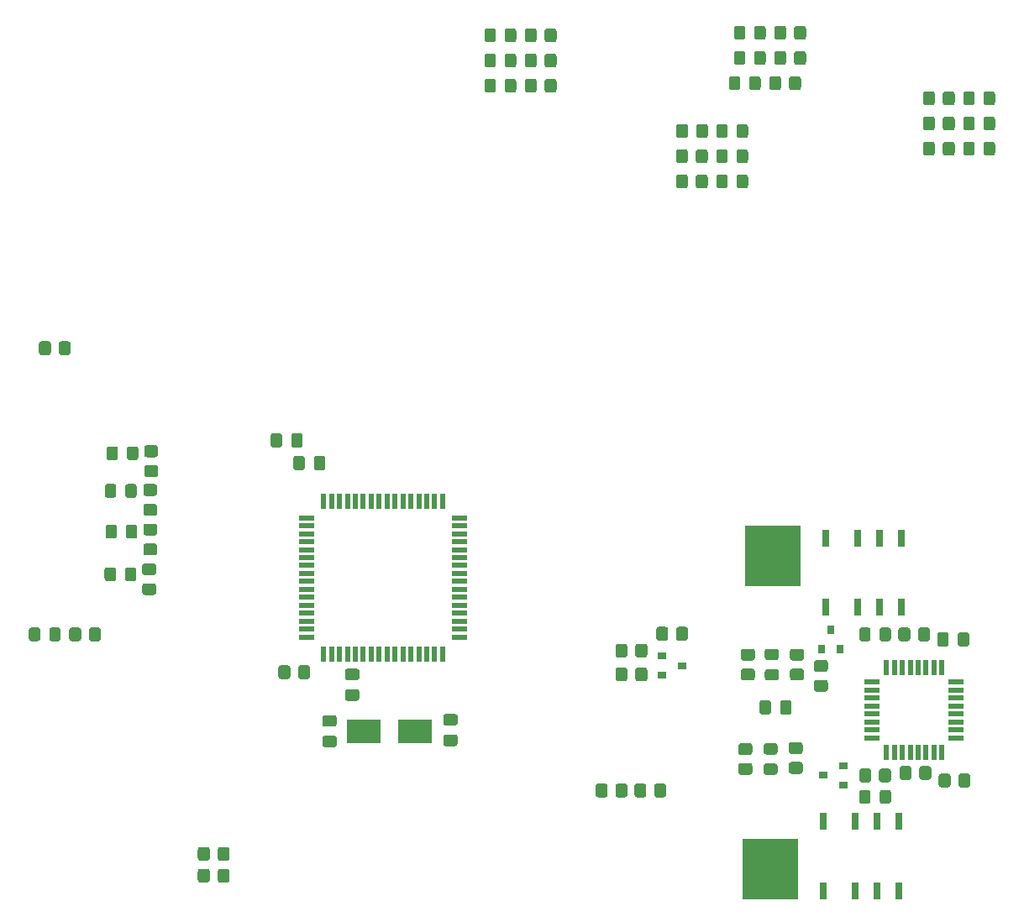
<source format=gbr>
%TF.GenerationSoftware,KiCad,Pcbnew,(5.1.7-5-ga3172d643f)-1*%
%TF.CreationDate,2020-10-31T15:28:03-04:00*%
%TF.ProjectId,board,626f6172-642e-46b6-9963-61645f706362,rev?*%
%TF.SameCoordinates,Original*%
%TF.FileFunction,Paste,Top*%
%TF.FilePolarity,Positive*%
%FSLAX46Y46*%
G04 Gerber Fmt 4.6, Leading zero omitted, Abs format (unit mm)*
G04 Created by KiCad (PCBNEW (5.1.7-5-ga3172d643f)-1) date 2020-10-31 15:28:03*
%MOMM*%
%LPD*%
G01*
G04 APERTURE LIST*
%ADD10R,0.900000X0.800000*%
%ADD11R,3.500000X2.400000*%
%ADD12R,0.550000X1.500000*%
%ADD13R,1.500000X0.550000*%
%ADD14R,5.700000X6.200000*%
%ADD15R,0.800000X0.900000*%
%ADD16R,0.550000X1.600000*%
%ADD17R,1.600000X0.550000*%
%ADD18R,0.800000X1.800000*%
G04 APERTURE END LIST*
%TO.C,R1.14*%
G36*
G01*
X119500000Y-132349999D02*
X119500000Y-133250001D01*
G75*
G02*
X119250001Y-133500000I-249999J0D01*
G01*
X118549999Y-133500000D01*
G75*
G02*
X118300000Y-133250001I0J249999D01*
G01*
X118300000Y-132349999D01*
G75*
G02*
X118549999Y-132100000I249999J0D01*
G01*
X119250001Y-132100000D01*
G75*
G02*
X119500000Y-132349999I0J-249999D01*
G01*
G37*
G36*
G01*
X121500000Y-132349999D02*
X121500000Y-133250001D01*
G75*
G02*
X121250001Y-133500000I-249999J0D01*
G01*
X120549999Y-133500000D01*
G75*
G02*
X120300000Y-133250001I0J249999D01*
G01*
X120300000Y-132349999D01*
G75*
G02*
X120549999Y-132100000I249999J0D01*
G01*
X121250001Y-132100000D01*
G75*
G02*
X121500000Y-132349999I0J-249999D01*
G01*
G37*
%TD*%
%TO.C,R1.13*%
G36*
G01*
X119500000Y-130149999D02*
X119500000Y-131050001D01*
G75*
G02*
X119250001Y-131300000I-249999J0D01*
G01*
X118549999Y-131300000D01*
G75*
G02*
X118300000Y-131050001I0J249999D01*
G01*
X118300000Y-130149999D01*
G75*
G02*
X118549999Y-129900000I249999J0D01*
G01*
X119250001Y-129900000D01*
G75*
G02*
X119500000Y-130149999I0J-249999D01*
G01*
G37*
G36*
G01*
X121500000Y-130149999D02*
X121500000Y-131050001D01*
G75*
G02*
X121250001Y-131300000I-249999J0D01*
G01*
X120549999Y-131300000D01*
G75*
G02*
X120300000Y-131050001I0J249999D01*
G01*
X120300000Y-130149999D01*
G75*
G02*
X120549999Y-129900000I249999J0D01*
G01*
X121250001Y-129900000D01*
G75*
G02*
X121500000Y-130149999I0J-249999D01*
G01*
G37*
%TD*%
%TO.C,R1.8*%
G36*
G01*
X166500000Y-108850001D02*
X166500000Y-107949999D01*
G75*
G02*
X166749999Y-107700000I249999J0D01*
G01*
X167450001Y-107700000D01*
G75*
G02*
X167700000Y-107949999I0J-249999D01*
G01*
X167700000Y-108850001D01*
G75*
G02*
X167450001Y-109100000I-249999J0D01*
G01*
X166749999Y-109100000D01*
G75*
G02*
X166500000Y-108850001I0J249999D01*
G01*
G37*
G36*
G01*
X164500000Y-108850001D02*
X164500000Y-107949999D01*
G75*
G02*
X164749999Y-107700000I249999J0D01*
G01*
X165450001Y-107700000D01*
G75*
G02*
X165700000Y-107949999I0J-249999D01*
G01*
X165700000Y-108850001D01*
G75*
G02*
X165450001Y-109100000I-249999J0D01*
G01*
X164749999Y-109100000D01*
G75*
G02*
X164500000Y-108850001I0J249999D01*
G01*
G37*
%TD*%
%TO.C,R1.9*%
G36*
G01*
X162400000Y-110550001D02*
X162400000Y-109649999D01*
G75*
G02*
X162649999Y-109400000I249999J0D01*
G01*
X163350001Y-109400000D01*
G75*
G02*
X163600000Y-109649999I0J-249999D01*
G01*
X163600000Y-110550001D01*
G75*
G02*
X163350001Y-110800000I-249999J0D01*
G01*
X162649999Y-110800000D01*
G75*
G02*
X162400000Y-110550001I0J249999D01*
G01*
G37*
G36*
G01*
X160400000Y-110550001D02*
X160400000Y-109649999D01*
G75*
G02*
X160649999Y-109400000I249999J0D01*
G01*
X161350001Y-109400000D01*
G75*
G02*
X161600000Y-109649999I0J-249999D01*
G01*
X161600000Y-110550001D01*
G75*
G02*
X161350001Y-110800000I-249999J0D01*
G01*
X160649999Y-110800000D01*
G75*
G02*
X160400000Y-110550001I0J249999D01*
G01*
G37*
%TD*%
%TO.C,R1.12*%
G36*
G01*
X162400000Y-112950001D02*
X162400000Y-112049999D01*
G75*
G02*
X162649999Y-111800000I249999J0D01*
G01*
X163350001Y-111800000D01*
G75*
G02*
X163600000Y-112049999I0J-249999D01*
G01*
X163600000Y-112950001D01*
G75*
G02*
X163350001Y-113200000I-249999J0D01*
G01*
X162649999Y-113200000D01*
G75*
G02*
X162400000Y-112950001I0J249999D01*
G01*
G37*
G36*
G01*
X160400000Y-112950001D02*
X160400000Y-112049999D01*
G75*
G02*
X160649999Y-111800000I249999J0D01*
G01*
X161350001Y-111800000D01*
G75*
G02*
X161600000Y-112049999I0J-249999D01*
G01*
X161600000Y-112950001D01*
G75*
G02*
X161350001Y-113200000I-249999J0D01*
G01*
X160649999Y-113200000D01*
G75*
G02*
X160400000Y-112950001I0J249999D01*
G01*
G37*
%TD*%
%TO.C,R1.11*%
G36*
G01*
X163500000Y-123749999D02*
X163500000Y-124650001D01*
G75*
G02*
X163250001Y-124900000I-249999J0D01*
G01*
X162549999Y-124900000D01*
G75*
G02*
X162300000Y-124650001I0J249999D01*
G01*
X162300000Y-123749999D01*
G75*
G02*
X162549999Y-123500000I249999J0D01*
G01*
X163250001Y-123500000D01*
G75*
G02*
X163500000Y-123749999I0J-249999D01*
G01*
G37*
G36*
G01*
X165500000Y-123749999D02*
X165500000Y-124650001D01*
G75*
G02*
X165250001Y-124900000I-249999J0D01*
G01*
X164549999Y-124900000D01*
G75*
G02*
X164300000Y-124650001I0J249999D01*
G01*
X164300000Y-123749999D01*
G75*
G02*
X164549999Y-123500000I249999J0D01*
G01*
X165250001Y-123500000D01*
G75*
G02*
X165500000Y-123749999I0J-249999D01*
G01*
G37*
%TD*%
%TO.C,R1.10*%
G36*
G01*
X159600000Y-123749999D02*
X159600000Y-124650001D01*
G75*
G02*
X159350001Y-124900000I-249999J0D01*
G01*
X158649999Y-124900000D01*
G75*
G02*
X158400000Y-124650001I0J249999D01*
G01*
X158400000Y-123749999D01*
G75*
G02*
X158649999Y-123500000I249999J0D01*
G01*
X159350001Y-123500000D01*
G75*
G02*
X159600000Y-123749999I0J-249999D01*
G01*
G37*
G36*
G01*
X161600000Y-123749999D02*
X161600000Y-124650001D01*
G75*
G02*
X161350001Y-124900000I-249999J0D01*
G01*
X160649999Y-124900000D01*
G75*
G02*
X160400000Y-124650001I0J249999D01*
G01*
X160400000Y-123749999D01*
G75*
G02*
X160649999Y-123500000I249999J0D01*
G01*
X161350001Y-123500000D01*
G75*
G02*
X161600000Y-123749999I0J-249999D01*
G01*
G37*
%TD*%
D10*
%TO.C,Q1.1*%
X167100000Y-111600000D03*
X165100000Y-112550000D03*
X165100000Y-110650000D03*
%TD*%
%TO.C,R1.6*%
G36*
G01*
X113049999Y-99300000D02*
X113950001Y-99300000D01*
G75*
G02*
X114200000Y-99549999I0J-249999D01*
G01*
X114200000Y-100250001D01*
G75*
G02*
X113950001Y-100500000I-249999J0D01*
G01*
X113049999Y-100500000D01*
G75*
G02*
X112800000Y-100250001I0J249999D01*
G01*
X112800000Y-99549999D01*
G75*
G02*
X113049999Y-99300000I249999J0D01*
G01*
G37*
G36*
G01*
X113049999Y-97300000D02*
X113950001Y-97300000D01*
G75*
G02*
X114200000Y-97549999I0J-249999D01*
G01*
X114200000Y-98250001D01*
G75*
G02*
X113950001Y-98500000I-249999J0D01*
G01*
X113049999Y-98500000D01*
G75*
G02*
X112800000Y-98250001I0J249999D01*
G01*
X112800000Y-97549999D01*
G75*
G02*
X113049999Y-97300000I249999J0D01*
G01*
G37*
%TD*%
%TO.C,R1.5*%
G36*
G01*
X113049999Y-95300000D02*
X113950001Y-95300000D01*
G75*
G02*
X114200000Y-95549999I0J-249999D01*
G01*
X114200000Y-96250001D01*
G75*
G02*
X113950001Y-96500000I-249999J0D01*
G01*
X113049999Y-96500000D01*
G75*
G02*
X112800000Y-96250001I0J249999D01*
G01*
X112800000Y-95549999D01*
G75*
G02*
X113049999Y-95300000I249999J0D01*
G01*
G37*
G36*
G01*
X113049999Y-93300000D02*
X113950001Y-93300000D01*
G75*
G02*
X114200000Y-93549999I0J-249999D01*
G01*
X114200000Y-94250001D01*
G75*
G02*
X113950001Y-94500000I-249999J0D01*
G01*
X113049999Y-94500000D01*
G75*
G02*
X112800000Y-94250001I0J249999D01*
G01*
X112800000Y-93549999D01*
G75*
G02*
X113049999Y-93300000I249999J0D01*
G01*
G37*
%TD*%
%TO.C,R1.4*%
G36*
G01*
X113149999Y-91400000D02*
X114050001Y-91400000D01*
G75*
G02*
X114300000Y-91649999I0J-249999D01*
G01*
X114300000Y-92350001D01*
G75*
G02*
X114050001Y-92600000I-249999J0D01*
G01*
X113149999Y-92600000D01*
G75*
G02*
X112900000Y-92350001I0J249999D01*
G01*
X112900000Y-91649999D01*
G75*
G02*
X113149999Y-91400000I249999J0D01*
G01*
G37*
G36*
G01*
X113149999Y-89400000D02*
X114050001Y-89400000D01*
G75*
G02*
X114300000Y-89649999I0J-249999D01*
G01*
X114300000Y-90350001D01*
G75*
G02*
X114050001Y-90600000I-249999J0D01*
G01*
X113149999Y-90600000D01*
G75*
G02*
X112900000Y-90350001I0J249999D01*
G01*
X112900000Y-89649999D01*
G75*
G02*
X113149999Y-89400000I249999J0D01*
G01*
G37*
%TD*%
%TO.C,R1.7*%
G36*
G01*
X112949999Y-103300000D02*
X113850001Y-103300000D01*
G75*
G02*
X114100000Y-103549999I0J-249999D01*
G01*
X114100000Y-104250001D01*
G75*
G02*
X113850001Y-104500000I-249999J0D01*
G01*
X112949999Y-104500000D01*
G75*
G02*
X112700000Y-104250001I0J249999D01*
G01*
X112700000Y-103549999D01*
G75*
G02*
X112949999Y-103300000I249999J0D01*
G01*
G37*
G36*
G01*
X112949999Y-101300000D02*
X113850001Y-101300000D01*
G75*
G02*
X114100000Y-101549999I0J-249999D01*
G01*
X114100000Y-102250001D01*
G75*
G02*
X113850001Y-102500000I-249999J0D01*
G01*
X112949999Y-102500000D01*
G75*
G02*
X112700000Y-102250001I0J249999D01*
G01*
X112700000Y-101549999D01*
G75*
G02*
X112949999Y-101300000I249999J0D01*
G01*
G37*
%TD*%
%TO.C,D1.4*%
G36*
G01*
X111050000Y-98550001D02*
X111050000Y-97649999D01*
G75*
G02*
X111299999Y-97400000I249999J0D01*
G01*
X111950001Y-97400000D01*
G75*
G02*
X112200000Y-97649999I0J-249999D01*
G01*
X112200000Y-98550001D01*
G75*
G02*
X111950001Y-98800000I-249999J0D01*
G01*
X111299999Y-98800000D01*
G75*
G02*
X111050000Y-98550001I0J249999D01*
G01*
G37*
G36*
G01*
X109000000Y-98550001D02*
X109000000Y-97649999D01*
G75*
G02*
X109249999Y-97400000I249999J0D01*
G01*
X109900001Y-97400000D01*
G75*
G02*
X110150000Y-97649999I0J-249999D01*
G01*
X110150000Y-98550001D01*
G75*
G02*
X109900001Y-98800000I-249999J0D01*
G01*
X109249999Y-98800000D01*
G75*
G02*
X109000000Y-98550001I0J249999D01*
G01*
G37*
%TD*%
%TO.C,D1.3*%
G36*
G01*
X110975000Y-94450001D02*
X110975000Y-93549999D01*
G75*
G02*
X111224999Y-93300000I249999J0D01*
G01*
X111875001Y-93300000D01*
G75*
G02*
X112125000Y-93549999I0J-249999D01*
G01*
X112125000Y-94450001D01*
G75*
G02*
X111875001Y-94700000I-249999J0D01*
G01*
X111224999Y-94700000D01*
G75*
G02*
X110975000Y-94450001I0J249999D01*
G01*
G37*
G36*
G01*
X108925000Y-94450001D02*
X108925000Y-93549999D01*
G75*
G02*
X109174999Y-93300000I249999J0D01*
G01*
X109825001Y-93300000D01*
G75*
G02*
X110075000Y-93549999I0J-249999D01*
G01*
X110075000Y-94450001D01*
G75*
G02*
X109825001Y-94700000I-249999J0D01*
G01*
X109174999Y-94700000D01*
G75*
G02*
X108925000Y-94450001I0J249999D01*
G01*
G37*
%TD*%
%TO.C,D1.2*%
G36*
G01*
X111150000Y-90650001D02*
X111150000Y-89749999D01*
G75*
G02*
X111399999Y-89500000I249999J0D01*
G01*
X112050001Y-89500000D01*
G75*
G02*
X112300000Y-89749999I0J-249999D01*
G01*
X112300000Y-90650001D01*
G75*
G02*
X112050001Y-90900000I-249999J0D01*
G01*
X111399999Y-90900000D01*
G75*
G02*
X111150000Y-90650001I0J249999D01*
G01*
G37*
G36*
G01*
X109100000Y-90650001D02*
X109100000Y-89749999D01*
G75*
G02*
X109349999Y-89500000I249999J0D01*
G01*
X110000001Y-89500000D01*
G75*
G02*
X110250000Y-89749999I0J-249999D01*
G01*
X110250000Y-90650001D01*
G75*
G02*
X110000001Y-90900000I-249999J0D01*
G01*
X109349999Y-90900000D01*
G75*
G02*
X109100000Y-90650001I0J249999D01*
G01*
G37*
%TD*%
%TO.C,D1.5*%
G36*
G01*
X110950000Y-102850001D02*
X110950000Y-101949999D01*
G75*
G02*
X111199999Y-101700000I249999J0D01*
G01*
X111850001Y-101700000D01*
G75*
G02*
X112100000Y-101949999I0J-249999D01*
G01*
X112100000Y-102850001D01*
G75*
G02*
X111850001Y-103100000I-249999J0D01*
G01*
X111199999Y-103100000D01*
G75*
G02*
X110950000Y-102850001I0J249999D01*
G01*
G37*
G36*
G01*
X108900000Y-102850001D02*
X108900000Y-101949999D01*
G75*
G02*
X109149999Y-101700000I249999J0D01*
G01*
X109800001Y-101700000D01*
G75*
G02*
X110050000Y-101949999I0J-249999D01*
G01*
X110050000Y-102850001D01*
G75*
G02*
X109800001Y-103100000I-249999J0D01*
G01*
X109149999Y-103100000D01*
G75*
G02*
X108900000Y-102850001I0J249999D01*
G01*
G37*
%TD*%
%TO.C,C105*%
G36*
G01*
X134333000Y-113088000D02*
X133383000Y-113088000D01*
G75*
G02*
X133133000Y-112838000I0J250000D01*
G01*
X133133000Y-112163000D01*
G75*
G02*
X133383000Y-111913000I250000J0D01*
G01*
X134333000Y-111913000D01*
G75*
G02*
X134583000Y-112163000I0J-250000D01*
G01*
X134583000Y-112838000D01*
G75*
G02*
X134333000Y-113088000I-250000J0D01*
G01*
G37*
G36*
G01*
X134333000Y-115163000D02*
X133383000Y-115163000D01*
G75*
G02*
X133133000Y-114913000I0J250000D01*
G01*
X133133000Y-114238000D01*
G75*
G02*
X133383000Y-113988000I250000J0D01*
G01*
X134333000Y-113988000D01*
G75*
G02*
X134583000Y-114238000I0J-250000D01*
G01*
X134583000Y-114913000D01*
G75*
G02*
X134333000Y-115163000I-250000J0D01*
G01*
G37*
%TD*%
%TO.C,C104*%
G36*
G01*
X126804000Y-88425000D02*
X126804000Y-89375000D01*
G75*
G02*
X126554000Y-89625000I-250000J0D01*
G01*
X125879000Y-89625000D01*
G75*
G02*
X125629000Y-89375000I0J250000D01*
G01*
X125629000Y-88425000D01*
G75*
G02*
X125879000Y-88175000I250000J0D01*
G01*
X126554000Y-88175000D01*
G75*
G02*
X126804000Y-88425000I0J-250000D01*
G01*
G37*
G36*
G01*
X128879000Y-88425000D02*
X128879000Y-89375000D01*
G75*
G02*
X128629000Y-89625000I-250000J0D01*
G01*
X127954000Y-89625000D01*
G75*
G02*
X127704000Y-89375000I0J250000D01*
G01*
X127704000Y-88425000D01*
G75*
G02*
X127954000Y-88175000I250000J0D01*
G01*
X128629000Y-88175000D01*
G75*
G02*
X128879000Y-88425000I0J-250000D01*
G01*
G37*
%TD*%
%TO.C,C101*%
G36*
G01*
X129090000Y-90711000D02*
X129090000Y-91661000D01*
G75*
G02*
X128840000Y-91911000I-250000J0D01*
G01*
X128165000Y-91911000D01*
G75*
G02*
X127915000Y-91661000I0J250000D01*
G01*
X127915000Y-90711000D01*
G75*
G02*
X128165000Y-90461000I250000J0D01*
G01*
X128840000Y-90461000D01*
G75*
G02*
X129090000Y-90711000I0J-250000D01*
G01*
G37*
G36*
G01*
X131165000Y-90711000D02*
X131165000Y-91661000D01*
G75*
G02*
X130915000Y-91911000I-250000J0D01*
G01*
X130240000Y-91911000D01*
G75*
G02*
X129990000Y-91661000I0J250000D01*
G01*
X129990000Y-90711000D01*
G75*
G02*
X130240000Y-90461000I250000J0D01*
G01*
X130915000Y-90461000D01*
G75*
G02*
X131165000Y-90711000I0J-250000D01*
G01*
G37*
%TD*%
%TO.C,R3.5*%
G36*
G01*
X168513200Y-58158801D02*
X168513200Y-57258799D01*
G75*
G02*
X168763199Y-57008800I249999J0D01*
G01*
X169463201Y-57008800D01*
G75*
G02*
X169713200Y-57258799I0J-249999D01*
G01*
X169713200Y-58158801D01*
G75*
G02*
X169463201Y-58408800I-249999J0D01*
G01*
X168763199Y-58408800D01*
G75*
G02*
X168513200Y-58158801I0J249999D01*
G01*
G37*
G36*
G01*
X166513200Y-58158801D02*
X166513200Y-57258799D01*
G75*
G02*
X166763199Y-57008800I249999J0D01*
G01*
X167463201Y-57008800D01*
G75*
G02*
X167713200Y-57258799I0J-249999D01*
G01*
X167713200Y-58158801D01*
G75*
G02*
X167463201Y-58408800I-249999J0D01*
G01*
X166763199Y-58408800D01*
G75*
G02*
X166513200Y-58158801I0J249999D01*
G01*
G37*
%TD*%
%TO.C,R3.4*%
G36*
G01*
X168497200Y-60698801D02*
X168497200Y-59798799D01*
G75*
G02*
X168747199Y-59548800I249999J0D01*
G01*
X169447201Y-59548800D01*
G75*
G02*
X169697200Y-59798799I0J-249999D01*
G01*
X169697200Y-60698801D01*
G75*
G02*
X169447201Y-60948800I-249999J0D01*
G01*
X168747199Y-60948800D01*
G75*
G02*
X168497200Y-60698801I0J249999D01*
G01*
G37*
G36*
G01*
X166497200Y-60698801D02*
X166497200Y-59798799D01*
G75*
G02*
X166747199Y-59548800I249999J0D01*
G01*
X167447201Y-59548800D01*
G75*
G02*
X167697200Y-59798799I0J-249999D01*
G01*
X167697200Y-60698801D01*
G75*
G02*
X167447201Y-60948800I-249999J0D01*
G01*
X166747199Y-60948800D01*
G75*
G02*
X166497200Y-60698801I0J249999D01*
G01*
G37*
%TD*%
%TO.C,R3.3*%
G36*
G01*
X152457200Y-47606799D02*
X152457200Y-48506801D01*
G75*
G02*
X152207201Y-48756800I-249999J0D01*
G01*
X151507199Y-48756800D01*
G75*
G02*
X151257200Y-48506801I0J249999D01*
G01*
X151257200Y-47606799D01*
G75*
G02*
X151507199Y-47356800I249999J0D01*
G01*
X152207201Y-47356800D01*
G75*
G02*
X152457200Y-47606799I0J-249999D01*
G01*
G37*
G36*
G01*
X154457200Y-47606799D02*
X154457200Y-48506801D01*
G75*
G02*
X154207201Y-48756800I-249999J0D01*
G01*
X153507199Y-48756800D01*
G75*
G02*
X153257200Y-48506801I0J249999D01*
G01*
X153257200Y-47606799D01*
G75*
G02*
X153507199Y-47356800I249999J0D01*
G01*
X154207201Y-47356800D01*
G75*
G02*
X154457200Y-47606799I0J-249999D01*
G01*
G37*
%TD*%
%TO.C,R3.1*%
G36*
G01*
X152457200Y-50146799D02*
X152457200Y-51046801D01*
G75*
G02*
X152207201Y-51296800I-249999J0D01*
G01*
X151507199Y-51296800D01*
G75*
G02*
X151257200Y-51046801I0J249999D01*
G01*
X151257200Y-50146799D01*
G75*
G02*
X151507199Y-49896800I249999J0D01*
G01*
X152207201Y-49896800D01*
G75*
G02*
X152457200Y-50146799I0J-249999D01*
G01*
G37*
G36*
G01*
X154457200Y-50146799D02*
X154457200Y-51046801D01*
G75*
G02*
X154207201Y-51296800I-249999J0D01*
G01*
X153507199Y-51296800D01*
G75*
G02*
X153257200Y-51046801I0J249999D01*
G01*
X153257200Y-50146799D01*
G75*
G02*
X153507199Y-49896800I249999J0D01*
G01*
X154207201Y-49896800D01*
G75*
G02*
X154457200Y-50146799I0J-249999D01*
G01*
G37*
%TD*%
%TO.C,R3.2*%
G36*
G01*
X152457200Y-52686799D02*
X152457200Y-53586801D01*
G75*
G02*
X152207201Y-53836800I-249999J0D01*
G01*
X151507199Y-53836800D01*
G75*
G02*
X151257200Y-53586801I0J249999D01*
G01*
X151257200Y-52686799D01*
G75*
G02*
X151507199Y-52436800I249999J0D01*
G01*
X152207201Y-52436800D01*
G75*
G02*
X152457200Y-52686799I0J-249999D01*
G01*
G37*
G36*
G01*
X154457200Y-52686799D02*
X154457200Y-53586801D01*
G75*
G02*
X154207201Y-53836800I-249999J0D01*
G01*
X153507199Y-53836800D01*
G75*
G02*
X153257200Y-53586801I0J249999D01*
G01*
X153257200Y-52686799D01*
G75*
G02*
X153507199Y-52436800I249999J0D01*
G01*
X154207201Y-52436800D01*
G75*
G02*
X154457200Y-52686799I0J-249999D01*
G01*
G37*
%TD*%
%TO.C,R3.12*%
G36*
G01*
X193389200Y-59936801D02*
X193389200Y-59036799D01*
G75*
G02*
X193639199Y-58786800I249999J0D01*
G01*
X194339201Y-58786800D01*
G75*
G02*
X194589200Y-59036799I0J-249999D01*
G01*
X194589200Y-59936801D01*
G75*
G02*
X194339201Y-60186800I-249999J0D01*
G01*
X193639199Y-60186800D01*
G75*
G02*
X193389200Y-59936801I0J249999D01*
G01*
G37*
G36*
G01*
X191389200Y-59936801D02*
X191389200Y-59036799D01*
G75*
G02*
X191639199Y-58786800I249999J0D01*
G01*
X192339201Y-58786800D01*
G75*
G02*
X192589200Y-59036799I0J-249999D01*
G01*
X192589200Y-59936801D01*
G75*
G02*
X192339201Y-60186800I-249999J0D01*
G01*
X191639199Y-60186800D01*
G75*
G02*
X191389200Y-59936801I0J249999D01*
G01*
G37*
%TD*%
%TO.C,R3.7*%
G36*
G01*
X177603200Y-49892799D02*
X177603200Y-50792801D01*
G75*
G02*
X177353201Y-51042800I-249999J0D01*
G01*
X176653199Y-51042800D01*
G75*
G02*
X176403200Y-50792801I0J249999D01*
G01*
X176403200Y-49892799D01*
G75*
G02*
X176653199Y-49642800I249999J0D01*
G01*
X177353201Y-49642800D01*
G75*
G02*
X177603200Y-49892799I0J-249999D01*
G01*
G37*
G36*
G01*
X179603200Y-49892799D02*
X179603200Y-50792801D01*
G75*
G02*
X179353201Y-51042800I-249999J0D01*
G01*
X178653199Y-51042800D01*
G75*
G02*
X178403200Y-50792801I0J249999D01*
G01*
X178403200Y-49892799D01*
G75*
G02*
X178653199Y-49642800I249999J0D01*
G01*
X179353201Y-49642800D01*
G75*
G02*
X179603200Y-49892799I0J-249999D01*
G01*
G37*
%TD*%
%TO.C,R3.8*%
G36*
G01*
X177095200Y-52432799D02*
X177095200Y-53332801D01*
G75*
G02*
X176845201Y-53582800I-249999J0D01*
G01*
X176145199Y-53582800D01*
G75*
G02*
X175895200Y-53332801I0J249999D01*
G01*
X175895200Y-52432799D01*
G75*
G02*
X176145199Y-52182800I249999J0D01*
G01*
X176845201Y-52182800D01*
G75*
G02*
X177095200Y-52432799I0J-249999D01*
G01*
G37*
G36*
G01*
X179095200Y-52432799D02*
X179095200Y-53332801D01*
G75*
G02*
X178845201Y-53582800I-249999J0D01*
G01*
X178145199Y-53582800D01*
G75*
G02*
X177895200Y-53332801I0J249999D01*
G01*
X177895200Y-52432799D01*
G75*
G02*
X178145199Y-52182800I249999J0D01*
G01*
X178845201Y-52182800D01*
G75*
G02*
X179095200Y-52432799I0J-249999D01*
G01*
G37*
%TD*%
%TO.C,R3.9*%
G36*
G01*
X177603200Y-47352799D02*
X177603200Y-48252801D01*
G75*
G02*
X177353201Y-48502800I-249999J0D01*
G01*
X176653199Y-48502800D01*
G75*
G02*
X176403200Y-48252801I0J249999D01*
G01*
X176403200Y-47352799D01*
G75*
G02*
X176653199Y-47102800I249999J0D01*
G01*
X177353201Y-47102800D01*
G75*
G02*
X177603200Y-47352799I0J-249999D01*
G01*
G37*
G36*
G01*
X179603200Y-47352799D02*
X179603200Y-48252801D01*
G75*
G02*
X179353201Y-48502800I-249999J0D01*
G01*
X178653199Y-48502800D01*
G75*
G02*
X178403200Y-48252801I0J249999D01*
G01*
X178403200Y-47352799D01*
G75*
G02*
X178653199Y-47102800I249999J0D01*
G01*
X179353201Y-47102800D01*
G75*
G02*
X179603200Y-47352799I0J-249999D01*
G01*
G37*
%TD*%
%TO.C,R3.10*%
G36*
G01*
X193389200Y-57396801D02*
X193389200Y-56496799D01*
G75*
G02*
X193639199Y-56246800I249999J0D01*
G01*
X194339201Y-56246800D01*
G75*
G02*
X194589200Y-56496799I0J-249999D01*
G01*
X194589200Y-57396801D01*
G75*
G02*
X194339201Y-57646800I-249999J0D01*
G01*
X193639199Y-57646800D01*
G75*
G02*
X193389200Y-57396801I0J249999D01*
G01*
G37*
G36*
G01*
X191389200Y-57396801D02*
X191389200Y-56496799D01*
G75*
G02*
X191639199Y-56246800I249999J0D01*
G01*
X192339201Y-56246800D01*
G75*
G02*
X192589200Y-56496799I0J-249999D01*
G01*
X192589200Y-57396801D01*
G75*
G02*
X192339201Y-57646800I-249999J0D01*
G01*
X191639199Y-57646800D01*
G75*
G02*
X191389200Y-57396801I0J249999D01*
G01*
G37*
%TD*%
%TO.C,R3.11*%
G36*
G01*
X193389200Y-54856801D02*
X193389200Y-53956799D01*
G75*
G02*
X193639199Y-53706800I249999J0D01*
G01*
X194339201Y-53706800D01*
G75*
G02*
X194589200Y-53956799I0J-249999D01*
G01*
X194589200Y-54856801D01*
G75*
G02*
X194339201Y-55106800I-249999J0D01*
G01*
X193639199Y-55106800D01*
G75*
G02*
X193389200Y-54856801I0J249999D01*
G01*
G37*
G36*
G01*
X191389200Y-54856801D02*
X191389200Y-53956799D01*
G75*
G02*
X191639199Y-53706800I249999J0D01*
G01*
X192339201Y-53706800D01*
G75*
G02*
X192589200Y-53956799I0J-249999D01*
G01*
X192589200Y-54856801D01*
G75*
G02*
X192339201Y-55106800I-249999J0D01*
G01*
X191639199Y-55106800D01*
G75*
G02*
X191389200Y-54856801I0J249999D01*
G01*
G37*
%TD*%
%TO.C,R3.6*%
G36*
G01*
X168497200Y-63238801D02*
X168497200Y-62338799D01*
G75*
G02*
X168747199Y-62088800I249999J0D01*
G01*
X169447201Y-62088800D01*
G75*
G02*
X169697200Y-62338799I0J-249999D01*
G01*
X169697200Y-63238801D01*
G75*
G02*
X169447201Y-63488800I-249999J0D01*
G01*
X168747199Y-63488800D01*
G75*
G02*
X168497200Y-63238801I0J249999D01*
G01*
G37*
G36*
G01*
X166497200Y-63238801D02*
X166497200Y-62338799D01*
G75*
G02*
X166747199Y-62088800I249999J0D01*
G01*
X167447201Y-62088800D01*
G75*
G02*
X167697200Y-62338799I0J-249999D01*
G01*
X167697200Y-63238801D01*
G75*
G02*
X167447201Y-63488800I-249999J0D01*
G01*
X166747199Y-63488800D01*
G75*
G02*
X166497200Y-63238801I0J249999D01*
G01*
G37*
%TD*%
%TO.C,D3.12*%
G36*
G01*
X196603200Y-59036799D02*
X196603200Y-59936801D01*
G75*
G02*
X196353201Y-60186800I-249999J0D01*
G01*
X195703199Y-60186800D01*
G75*
G02*
X195453200Y-59936801I0J249999D01*
G01*
X195453200Y-59036799D01*
G75*
G02*
X195703199Y-58786800I249999J0D01*
G01*
X196353201Y-58786800D01*
G75*
G02*
X196603200Y-59036799I0J-249999D01*
G01*
G37*
G36*
G01*
X198653200Y-59036799D02*
X198653200Y-59936801D01*
G75*
G02*
X198403201Y-60186800I-249999J0D01*
G01*
X197753199Y-60186800D01*
G75*
G02*
X197503200Y-59936801I0J249999D01*
G01*
X197503200Y-59036799D01*
G75*
G02*
X197753199Y-58786800I249999J0D01*
G01*
X198403201Y-58786800D01*
G75*
G02*
X198653200Y-59036799I0J-249999D01*
G01*
G37*
%TD*%
%TO.C,D3.6*%
G36*
G01*
X171711200Y-62338799D02*
X171711200Y-63238801D01*
G75*
G02*
X171461201Y-63488800I-249999J0D01*
G01*
X170811199Y-63488800D01*
G75*
G02*
X170561200Y-63238801I0J249999D01*
G01*
X170561200Y-62338799D01*
G75*
G02*
X170811199Y-62088800I249999J0D01*
G01*
X171461201Y-62088800D01*
G75*
G02*
X171711200Y-62338799I0J-249999D01*
G01*
G37*
G36*
G01*
X173761200Y-62338799D02*
X173761200Y-63238801D01*
G75*
G02*
X173511201Y-63488800I-249999J0D01*
G01*
X172861199Y-63488800D01*
G75*
G02*
X172611200Y-63238801I0J249999D01*
G01*
X172611200Y-62338799D01*
G75*
G02*
X172861199Y-62088800I249999J0D01*
G01*
X173511201Y-62088800D01*
G75*
G02*
X173761200Y-62338799I0J-249999D01*
G01*
G37*
%TD*%
%TO.C,D3.11*%
G36*
G01*
X196603200Y-53956799D02*
X196603200Y-54856801D01*
G75*
G02*
X196353201Y-55106800I-249999J0D01*
G01*
X195703199Y-55106800D01*
G75*
G02*
X195453200Y-54856801I0J249999D01*
G01*
X195453200Y-53956799D01*
G75*
G02*
X195703199Y-53706800I249999J0D01*
G01*
X196353201Y-53706800D01*
G75*
G02*
X196603200Y-53956799I0J-249999D01*
G01*
G37*
G36*
G01*
X198653200Y-53956799D02*
X198653200Y-54856801D01*
G75*
G02*
X198403201Y-55106800I-249999J0D01*
G01*
X197753199Y-55106800D01*
G75*
G02*
X197503200Y-54856801I0J249999D01*
G01*
X197503200Y-53956799D01*
G75*
G02*
X197753199Y-53706800I249999J0D01*
G01*
X198403201Y-53706800D01*
G75*
G02*
X198653200Y-53956799I0J-249999D01*
G01*
G37*
%TD*%
%TO.C,D3.1*%
G36*
G01*
X149243200Y-51046801D02*
X149243200Y-50146799D01*
G75*
G02*
X149493199Y-49896800I249999J0D01*
G01*
X150143201Y-49896800D01*
G75*
G02*
X150393200Y-50146799I0J-249999D01*
G01*
X150393200Y-51046801D01*
G75*
G02*
X150143201Y-51296800I-249999J0D01*
G01*
X149493199Y-51296800D01*
G75*
G02*
X149243200Y-51046801I0J249999D01*
G01*
G37*
G36*
G01*
X147193200Y-51046801D02*
X147193200Y-50146799D01*
G75*
G02*
X147443199Y-49896800I249999J0D01*
G01*
X148093201Y-49896800D01*
G75*
G02*
X148343200Y-50146799I0J-249999D01*
G01*
X148343200Y-51046801D01*
G75*
G02*
X148093201Y-51296800I-249999J0D01*
G01*
X147443199Y-51296800D01*
G75*
G02*
X147193200Y-51046801I0J249999D01*
G01*
G37*
%TD*%
%TO.C,D3.2*%
G36*
G01*
X149243200Y-53586801D02*
X149243200Y-52686799D01*
G75*
G02*
X149493199Y-52436800I249999J0D01*
G01*
X150143201Y-52436800D01*
G75*
G02*
X150393200Y-52686799I0J-249999D01*
G01*
X150393200Y-53586801D01*
G75*
G02*
X150143201Y-53836800I-249999J0D01*
G01*
X149493199Y-53836800D01*
G75*
G02*
X149243200Y-53586801I0J249999D01*
G01*
G37*
G36*
G01*
X147193200Y-53586801D02*
X147193200Y-52686799D01*
G75*
G02*
X147443199Y-52436800I249999J0D01*
G01*
X148093201Y-52436800D01*
G75*
G02*
X148343200Y-52686799I0J-249999D01*
G01*
X148343200Y-53586801D01*
G75*
G02*
X148093201Y-53836800I-249999J0D01*
G01*
X147443199Y-53836800D01*
G75*
G02*
X147193200Y-53586801I0J249999D01*
G01*
G37*
%TD*%
%TO.C,D3.3*%
G36*
G01*
X149243200Y-48506801D02*
X149243200Y-47606799D01*
G75*
G02*
X149493199Y-47356800I249999J0D01*
G01*
X150143201Y-47356800D01*
G75*
G02*
X150393200Y-47606799I0J-249999D01*
G01*
X150393200Y-48506801D01*
G75*
G02*
X150143201Y-48756800I-249999J0D01*
G01*
X149493199Y-48756800D01*
G75*
G02*
X149243200Y-48506801I0J249999D01*
G01*
G37*
G36*
G01*
X147193200Y-48506801D02*
X147193200Y-47606799D01*
G75*
G02*
X147443199Y-47356800I249999J0D01*
G01*
X148093201Y-47356800D01*
G75*
G02*
X148343200Y-47606799I0J-249999D01*
G01*
X148343200Y-48506801D01*
G75*
G02*
X148093201Y-48756800I-249999J0D01*
G01*
X147443199Y-48756800D01*
G75*
G02*
X147193200Y-48506801I0J249999D01*
G01*
G37*
%TD*%
%TO.C,D3.4*%
G36*
G01*
X171711200Y-59798799D02*
X171711200Y-60698801D01*
G75*
G02*
X171461201Y-60948800I-249999J0D01*
G01*
X170811199Y-60948800D01*
G75*
G02*
X170561200Y-60698801I0J249999D01*
G01*
X170561200Y-59798799D01*
G75*
G02*
X170811199Y-59548800I249999J0D01*
G01*
X171461201Y-59548800D01*
G75*
G02*
X171711200Y-59798799I0J-249999D01*
G01*
G37*
G36*
G01*
X173761200Y-59798799D02*
X173761200Y-60698801D01*
G75*
G02*
X173511201Y-60948800I-249999J0D01*
G01*
X172861199Y-60948800D01*
G75*
G02*
X172611200Y-60698801I0J249999D01*
G01*
X172611200Y-59798799D01*
G75*
G02*
X172861199Y-59548800I249999J0D01*
G01*
X173511201Y-59548800D01*
G75*
G02*
X173761200Y-59798799I0J-249999D01*
G01*
G37*
%TD*%
%TO.C,D3.5*%
G36*
G01*
X171711200Y-57258799D02*
X171711200Y-58158801D01*
G75*
G02*
X171461201Y-58408800I-249999J0D01*
G01*
X170811199Y-58408800D01*
G75*
G02*
X170561200Y-58158801I0J249999D01*
G01*
X170561200Y-57258799D01*
G75*
G02*
X170811199Y-57008800I249999J0D01*
G01*
X171461201Y-57008800D01*
G75*
G02*
X171711200Y-57258799I0J-249999D01*
G01*
G37*
G36*
G01*
X173761200Y-57258799D02*
X173761200Y-58158801D01*
G75*
G02*
X173511201Y-58408800I-249999J0D01*
G01*
X172861199Y-58408800D01*
G75*
G02*
X172611200Y-58158801I0J249999D01*
G01*
X172611200Y-57258799D01*
G75*
G02*
X172861199Y-57008800I249999J0D01*
G01*
X173511201Y-57008800D01*
G75*
G02*
X173761200Y-57258799I0J-249999D01*
G01*
G37*
%TD*%
%TO.C,D3.7*%
G36*
G01*
X174389200Y-50792801D02*
X174389200Y-49892799D01*
G75*
G02*
X174639199Y-49642800I249999J0D01*
G01*
X175289201Y-49642800D01*
G75*
G02*
X175539200Y-49892799I0J-249999D01*
G01*
X175539200Y-50792801D01*
G75*
G02*
X175289201Y-51042800I-249999J0D01*
G01*
X174639199Y-51042800D01*
G75*
G02*
X174389200Y-50792801I0J249999D01*
G01*
G37*
G36*
G01*
X172339200Y-50792801D02*
X172339200Y-49892799D01*
G75*
G02*
X172589199Y-49642800I249999J0D01*
G01*
X173239201Y-49642800D01*
G75*
G02*
X173489200Y-49892799I0J-249999D01*
G01*
X173489200Y-50792801D01*
G75*
G02*
X173239201Y-51042800I-249999J0D01*
G01*
X172589199Y-51042800D01*
G75*
G02*
X172339200Y-50792801I0J249999D01*
G01*
G37*
%TD*%
%TO.C,D3.8*%
G36*
G01*
X173881200Y-53332801D02*
X173881200Y-52432799D01*
G75*
G02*
X174131199Y-52182800I249999J0D01*
G01*
X174781201Y-52182800D01*
G75*
G02*
X175031200Y-52432799I0J-249999D01*
G01*
X175031200Y-53332801D01*
G75*
G02*
X174781201Y-53582800I-249999J0D01*
G01*
X174131199Y-53582800D01*
G75*
G02*
X173881200Y-53332801I0J249999D01*
G01*
G37*
G36*
G01*
X171831200Y-53332801D02*
X171831200Y-52432799D01*
G75*
G02*
X172081199Y-52182800I249999J0D01*
G01*
X172731201Y-52182800D01*
G75*
G02*
X172981200Y-52432799I0J-249999D01*
G01*
X172981200Y-53332801D01*
G75*
G02*
X172731201Y-53582800I-249999J0D01*
G01*
X172081199Y-53582800D01*
G75*
G02*
X171831200Y-53332801I0J249999D01*
G01*
G37*
%TD*%
%TO.C,D3.9*%
G36*
G01*
X174389200Y-48252801D02*
X174389200Y-47352799D01*
G75*
G02*
X174639199Y-47102800I249999J0D01*
G01*
X175289201Y-47102800D01*
G75*
G02*
X175539200Y-47352799I0J-249999D01*
G01*
X175539200Y-48252801D01*
G75*
G02*
X175289201Y-48502800I-249999J0D01*
G01*
X174639199Y-48502800D01*
G75*
G02*
X174389200Y-48252801I0J249999D01*
G01*
G37*
G36*
G01*
X172339200Y-48252801D02*
X172339200Y-47352799D01*
G75*
G02*
X172589199Y-47102800I249999J0D01*
G01*
X173239201Y-47102800D01*
G75*
G02*
X173489200Y-47352799I0J-249999D01*
G01*
X173489200Y-48252801D01*
G75*
G02*
X173239201Y-48502800I-249999J0D01*
G01*
X172589199Y-48502800D01*
G75*
G02*
X172339200Y-48252801I0J249999D01*
G01*
G37*
%TD*%
%TO.C,D3.10*%
G36*
G01*
X196603200Y-56496799D02*
X196603200Y-57396801D01*
G75*
G02*
X196353201Y-57646800I-249999J0D01*
G01*
X195703199Y-57646800D01*
G75*
G02*
X195453200Y-57396801I0J249999D01*
G01*
X195453200Y-56496799D01*
G75*
G02*
X195703199Y-56246800I249999J0D01*
G01*
X196353201Y-56246800D01*
G75*
G02*
X196603200Y-56496799I0J-249999D01*
G01*
G37*
G36*
G01*
X198653200Y-56496799D02*
X198653200Y-57396801D01*
G75*
G02*
X198403201Y-57646800I-249999J0D01*
G01*
X197753199Y-57646800D01*
G75*
G02*
X197503200Y-57396801I0J249999D01*
G01*
X197503200Y-56496799D01*
G75*
G02*
X197753199Y-56246800I249999J0D01*
G01*
X198403201Y-56246800D01*
G75*
G02*
X198653200Y-56496799I0J-249999D01*
G01*
G37*
%TD*%
%TO.C,R1.3*%
G36*
G01*
X104286000Y-80053601D02*
X104286000Y-79153599D01*
G75*
G02*
X104535999Y-78903600I249999J0D01*
G01*
X105236001Y-78903600D01*
G75*
G02*
X105486000Y-79153599I0J-249999D01*
G01*
X105486000Y-80053601D01*
G75*
G02*
X105236001Y-80303600I-249999J0D01*
G01*
X104535999Y-80303600D01*
G75*
G02*
X104286000Y-80053601I0J249999D01*
G01*
G37*
G36*
G01*
X102286000Y-80053601D02*
X102286000Y-79153599D01*
G75*
G02*
X102535999Y-78903600I249999J0D01*
G01*
X103236001Y-78903600D01*
G75*
G02*
X103486000Y-79153599I0J-249999D01*
G01*
X103486000Y-80053601D01*
G75*
G02*
X103236001Y-80303600I-249999J0D01*
G01*
X102535999Y-80303600D01*
G75*
G02*
X102286000Y-80053601I0J249999D01*
G01*
G37*
%TD*%
%TO.C,R1.1*%
G36*
G01*
X128416000Y-112718001D02*
X128416000Y-111817999D01*
G75*
G02*
X128665999Y-111568000I249999J0D01*
G01*
X129366001Y-111568000D01*
G75*
G02*
X129616000Y-111817999I0J-249999D01*
G01*
X129616000Y-112718001D01*
G75*
G02*
X129366001Y-112968000I-249999J0D01*
G01*
X128665999Y-112968000D01*
G75*
G02*
X128416000Y-112718001I0J249999D01*
G01*
G37*
G36*
G01*
X126416000Y-112718001D02*
X126416000Y-111817999D01*
G75*
G02*
X126665999Y-111568000I249999J0D01*
G01*
X127366001Y-111568000D01*
G75*
G02*
X127616000Y-111817999I0J-249999D01*
G01*
X127616000Y-112718001D01*
G75*
G02*
X127366001Y-112968000I-249999J0D01*
G01*
X126665999Y-112968000D01*
G75*
G02*
X126416000Y-112718001I0J249999D01*
G01*
G37*
%TD*%
%TO.C,R1.2*%
G36*
G01*
X107334000Y-108908001D02*
X107334000Y-108007999D01*
G75*
G02*
X107583999Y-107758000I249999J0D01*
G01*
X108284001Y-107758000D01*
G75*
G02*
X108534000Y-108007999I0J-249999D01*
G01*
X108534000Y-108908001D01*
G75*
G02*
X108284001Y-109158000I-249999J0D01*
G01*
X107583999Y-109158000D01*
G75*
G02*
X107334000Y-108908001I0J249999D01*
G01*
G37*
G36*
G01*
X105334000Y-108908001D02*
X105334000Y-108007999D01*
G75*
G02*
X105583999Y-107758000I249999J0D01*
G01*
X106284001Y-107758000D01*
G75*
G02*
X106534000Y-108007999I0J-249999D01*
G01*
X106534000Y-108908001D01*
G75*
G02*
X106284001Y-109158000I-249999J0D01*
G01*
X105583999Y-109158000D01*
G75*
G02*
X105334000Y-108908001I0J249999D01*
G01*
G37*
%TD*%
%TO.C,D101*%
G36*
G01*
X103320000Y-108908001D02*
X103320000Y-108007999D01*
G75*
G02*
X103569999Y-107758000I249999J0D01*
G01*
X104220001Y-107758000D01*
G75*
G02*
X104470000Y-108007999I0J-249999D01*
G01*
X104470000Y-108908001D01*
G75*
G02*
X104220001Y-109158000I-249999J0D01*
G01*
X103569999Y-109158000D01*
G75*
G02*
X103320000Y-108908001I0J249999D01*
G01*
G37*
G36*
G01*
X101270000Y-108908001D02*
X101270000Y-108007999D01*
G75*
G02*
X101519999Y-107758000I249999J0D01*
G01*
X102170001Y-107758000D01*
G75*
G02*
X102420000Y-108007999I0J-249999D01*
G01*
X102420000Y-108908001D01*
G75*
G02*
X102170001Y-109158000I-249999J0D01*
G01*
X101519999Y-109158000D01*
G75*
G02*
X101270000Y-108908001I0J249999D01*
G01*
G37*
%TD*%
D11*
%TO.C,X101*%
X135010400Y-118260000D03*
X140210400Y-118260000D03*
%TD*%
D12*
%TO.C,U101*%
X130972400Y-95020000D03*
X131772400Y-95020000D03*
X132572400Y-95020000D03*
X133372400Y-95020000D03*
X134172400Y-95020000D03*
X134972400Y-95020000D03*
X135772400Y-95020000D03*
X136572400Y-95020000D03*
X137372400Y-95020000D03*
X138172400Y-95020000D03*
X138972400Y-95020000D03*
X139772400Y-95020000D03*
X140572400Y-95020000D03*
X141372400Y-95020000D03*
X142172400Y-95020000D03*
X142972400Y-95020000D03*
D13*
X144672400Y-96720000D03*
X144672400Y-97520000D03*
X144672400Y-98320000D03*
X144672400Y-99120000D03*
X144672400Y-99920000D03*
X144672400Y-100720000D03*
X144672400Y-101520000D03*
X144672400Y-102320000D03*
X144672400Y-103120000D03*
X144672400Y-103920000D03*
X144672400Y-104720000D03*
X144672400Y-105520000D03*
X144672400Y-106320000D03*
X144672400Y-107120000D03*
X144672400Y-107920000D03*
X144672400Y-108720000D03*
D12*
X142972400Y-110420000D03*
X142172400Y-110420000D03*
X141372400Y-110420000D03*
X140572400Y-110420000D03*
X139772400Y-110420000D03*
X138972400Y-110420000D03*
X138172400Y-110420000D03*
X137372400Y-110420000D03*
X136572400Y-110420000D03*
X135772400Y-110420000D03*
X134972400Y-110420000D03*
X134172400Y-110420000D03*
X133372400Y-110420000D03*
X132572400Y-110420000D03*
X131772400Y-110420000D03*
X130972400Y-110420000D03*
D13*
X129272400Y-108720000D03*
X129272400Y-107920000D03*
X129272400Y-107120000D03*
X129272400Y-106320000D03*
X129272400Y-105520000D03*
X129272400Y-104720000D03*
X129272400Y-103920000D03*
X129272400Y-103120000D03*
X129272400Y-102320000D03*
X129272400Y-101520000D03*
X129272400Y-100720000D03*
X129272400Y-99920000D03*
X129272400Y-99120000D03*
X129272400Y-98320000D03*
X129272400Y-97520000D03*
X129272400Y-96720000D03*
%TD*%
%TO.C,C103*%
G36*
G01*
X132047000Y-117772500D02*
X131097000Y-117772500D01*
G75*
G02*
X130847000Y-117522500I0J250000D01*
G01*
X130847000Y-116847500D01*
G75*
G02*
X131097000Y-116597500I250000J0D01*
G01*
X132047000Y-116597500D01*
G75*
G02*
X132297000Y-116847500I0J-250000D01*
G01*
X132297000Y-117522500D01*
G75*
G02*
X132047000Y-117772500I-250000J0D01*
G01*
G37*
G36*
G01*
X132047000Y-119847500D02*
X131097000Y-119847500D01*
G75*
G02*
X130847000Y-119597500I0J250000D01*
G01*
X130847000Y-118922500D01*
G75*
G02*
X131097000Y-118672500I250000J0D01*
G01*
X132047000Y-118672500D01*
G75*
G02*
X132297000Y-118922500I0J-250000D01*
G01*
X132297000Y-119597500D01*
G75*
G02*
X132047000Y-119847500I-250000J0D01*
G01*
G37*
%TD*%
%TO.C,C102*%
G36*
G01*
X144239000Y-117660000D02*
X143289000Y-117660000D01*
G75*
G02*
X143039000Y-117410000I0J250000D01*
G01*
X143039000Y-116735000D01*
G75*
G02*
X143289000Y-116485000I250000J0D01*
G01*
X144239000Y-116485000D01*
G75*
G02*
X144489000Y-116735000I0J-250000D01*
G01*
X144489000Y-117410000D01*
G75*
G02*
X144239000Y-117660000I-250000J0D01*
G01*
G37*
G36*
G01*
X144239000Y-119735000D02*
X143289000Y-119735000D01*
G75*
G02*
X143039000Y-119485000I0J250000D01*
G01*
X143039000Y-118810000D01*
G75*
G02*
X143289000Y-118560000I250000J0D01*
G01*
X144239000Y-118560000D01*
G75*
G02*
X144489000Y-118810000I0J-250000D01*
G01*
X144489000Y-119485000D01*
G75*
G02*
X144239000Y-119735000I-250000J0D01*
G01*
G37*
%TD*%
%TO.C,C2*%
G36*
G01*
X193987000Y-108491000D02*
X193987000Y-109441000D01*
G75*
G02*
X193737000Y-109691000I-250000J0D01*
G01*
X193062000Y-109691000D01*
G75*
G02*
X192812000Y-109441000I0J250000D01*
G01*
X192812000Y-108491000D01*
G75*
G02*
X193062000Y-108241000I250000J0D01*
G01*
X193737000Y-108241000D01*
G75*
G02*
X193987000Y-108491000I0J-250000D01*
G01*
G37*
G36*
G01*
X196062000Y-108491000D02*
X196062000Y-109441000D01*
G75*
G02*
X195812000Y-109691000I-250000J0D01*
G01*
X195137000Y-109691000D01*
G75*
G02*
X194887000Y-109441000I0J250000D01*
G01*
X194887000Y-108491000D01*
G75*
G02*
X195137000Y-108241000I250000J0D01*
G01*
X195812000Y-108241000D01*
G75*
G02*
X196062000Y-108491000I0J-250000D01*
G01*
G37*
%TD*%
%TO.C,C1*%
G36*
G01*
X176980000Y-116299000D02*
X176980000Y-115349000D01*
G75*
G02*
X177230000Y-115099000I250000J0D01*
G01*
X177905000Y-115099000D01*
G75*
G02*
X178155000Y-115349000I0J-250000D01*
G01*
X178155000Y-116299000D01*
G75*
G02*
X177905000Y-116549000I-250000J0D01*
G01*
X177230000Y-116549000D01*
G75*
G02*
X176980000Y-116299000I0J250000D01*
G01*
G37*
G36*
G01*
X174905000Y-116299000D02*
X174905000Y-115349000D01*
G75*
G02*
X175155000Y-115099000I250000J0D01*
G01*
X175830000Y-115099000D01*
G75*
G02*
X176080000Y-115349000I0J-250000D01*
G01*
X176080000Y-116299000D01*
G75*
G02*
X175830000Y-116549000I-250000J0D01*
G01*
X175155000Y-116549000D01*
G75*
G02*
X174905000Y-116299000I0J250000D01*
G01*
G37*
%TD*%
D10*
%TO.C,Q4*%
X181372000Y-122682000D03*
X183372000Y-121732000D03*
X183372000Y-123632000D03*
%TD*%
D14*
%TO.C,Q3*%
X176022000Y-132147333D03*
%TD*%
D15*
%TO.C,Q2*%
X182118000Y-107966000D03*
X183068000Y-109966000D03*
X181168000Y-109966000D03*
%TD*%
D14*
%TO.C,Q1*%
X176276000Y-100584000D03*
%TD*%
%TO.C,R9*%
G36*
G01*
X194164000Y-122739999D02*
X194164000Y-123640001D01*
G75*
G02*
X193914001Y-123890000I-249999J0D01*
G01*
X193213999Y-123890000D01*
G75*
G02*
X192964000Y-123640001I0J249999D01*
G01*
X192964000Y-122739999D01*
G75*
G02*
X193213999Y-122490000I249999J0D01*
G01*
X193914001Y-122490000D01*
G75*
G02*
X194164000Y-122739999I0J-249999D01*
G01*
G37*
G36*
G01*
X196164000Y-122739999D02*
X196164000Y-123640001D01*
G75*
G02*
X195914001Y-123890000I-249999J0D01*
G01*
X195213999Y-123890000D01*
G75*
G02*
X194964000Y-123640001I0J249999D01*
G01*
X194964000Y-122739999D01*
G75*
G02*
X195213999Y-122490000I249999J0D01*
G01*
X195914001Y-122490000D01*
G75*
G02*
X196164000Y-122739999I0J-249999D01*
G01*
G37*
%TD*%
D16*
%TO.C,U1*%
X187700000Y-111828000D03*
X188500000Y-111828000D03*
X189300000Y-111828000D03*
X190100000Y-111828000D03*
X190900000Y-111828000D03*
X191700000Y-111828000D03*
X192500000Y-111828000D03*
X193300000Y-111828000D03*
D17*
X194750000Y-113278000D03*
X194750000Y-114078000D03*
X194750000Y-114878000D03*
X194750000Y-115678000D03*
X194750000Y-116478000D03*
X194750000Y-117278000D03*
X194750000Y-118078000D03*
X194750000Y-118878000D03*
D16*
X193300000Y-120328000D03*
X192500000Y-120328000D03*
X191700000Y-120328000D03*
X190900000Y-120328000D03*
X190100000Y-120328000D03*
X189300000Y-120328000D03*
X188500000Y-120328000D03*
X187700000Y-120328000D03*
D17*
X186250000Y-118878000D03*
X186250000Y-118078000D03*
X186250000Y-117278000D03*
X186250000Y-116478000D03*
X186250000Y-115678000D03*
X186250000Y-114878000D03*
X186250000Y-114078000D03*
X186250000Y-113278000D03*
%TD*%
%TO.C,R8*%
G36*
G01*
X190227000Y-121977999D02*
X190227000Y-122878001D01*
G75*
G02*
X189977001Y-123128000I-249999J0D01*
G01*
X189276999Y-123128000D01*
G75*
G02*
X189027000Y-122878001I0J249999D01*
G01*
X189027000Y-121977999D01*
G75*
G02*
X189276999Y-121728000I249999J0D01*
G01*
X189977001Y-121728000D01*
G75*
G02*
X190227000Y-121977999I0J-249999D01*
G01*
G37*
G36*
G01*
X192227000Y-121977999D02*
X192227000Y-122878001D01*
G75*
G02*
X191977001Y-123128000I-249999J0D01*
G01*
X191276999Y-123128000D01*
G75*
G02*
X191027000Y-122878001I0J249999D01*
G01*
X191027000Y-121977999D01*
G75*
G02*
X191276999Y-121728000I249999J0D01*
G01*
X191977001Y-121728000D01*
G75*
G02*
X192227000Y-121977999I0J-249999D01*
G01*
G37*
%TD*%
%TO.C,R7*%
G36*
G01*
X186963000Y-123132001D02*
X186963000Y-122231999D01*
G75*
G02*
X187212999Y-121982000I249999J0D01*
G01*
X187913001Y-121982000D01*
G75*
G02*
X188163000Y-122231999I0J-249999D01*
G01*
X188163000Y-123132001D01*
G75*
G02*
X187913001Y-123382000I-249999J0D01*
G01*
X187212999Y-123382000D01*
G75*
G02*
X186963000Y-123132001I0J249999D01*
G01*
G37*
G36*
G01*
X184963000Y-123132001D02*
X184963000Y-122231999D01*
G75*
G02*
X185212999Y-121982000I249999J0D01*
G01*
X185913001Y-121982000D01*
G75*
G02*
X186163000Y-122231999I0J-249999D01*
G01*
X186163000Y-123132001D01*
G75*
G02*
X185913001Y-123382000I-249999J0D01*
G01*
X185212999Y-123382000D01*
G75*
G02*
X184963000Y-123132001I0J249999D01*
G01*
G37*
%TD*%
%TO.C,R6*%
G36*
G01*
X173932001Y-120631000D02*
X173031999Y-120631000D01*
G75*
G02*
X172782000Y-120381001I0J249999D01*
G01*
X172782000Y-119680999D01*
G75*
G02*
X173031999Y-119431000I249999J0D01*
G01*
X173932001Y-119431000D01*
G75*
G02*
X174182000Y-119680999I0J-249999D01*
G01*
X174182000Y-120381001D01*
G75*
G02*
X173932001Y-120631000I-249999J0D01*
G01*
G37*
G36*
G01*
X173932001Y-122631000D02*
X173031999Y-122631000D01*
G75*
G02*
X172782000Y-122381001I0J249999D01*
G01*
X172782000Y-121680999D01*
G75*
G02*
X173031999Y-121431000I249999J0D01*
G01*
X173932001Y-121431000D01*
G75*
G02*
X174182000Y-121680999I0J-249999D01*
G01*
X174182000Y-122381001D01*
G75*
G02*
X173932001Y-122631000I-249999J0D01*
G01*
G37*
%TD*%
%TO.C,R5*%
G36*
G01*
X179012001Y-120520000D02*
X178111999Y-120520000D01*
G75*
G02*
X177862000Y-120270001I0J249999D01*
G01*
X177862000Y-119569999D01*
G75*
G02*
X178111999Y-119320000I249999J0D01*
G01*
X179012001Y-119320000D01*
G75*
G02*
X179262000Y-119569999I0J-249999D01*
G01*
X179262000Y-120270001D01*
G75*
G02*
X179012001Y-120520000I-249999J0D01*
G01*
G37*
G36*
G01*
X179012001Y-122520000D02*
X178111999Y-122520000D01*
G75*
G02*
X177862000Y-122270001I0J249999D01*
G01*
X177862000Y-121569999D01*
G75*
G02*
X178111999Y-121320000I249999J0D01*
G01*
X179012001Y-121320000D01*
G75*
G02*
X179262000Y-121569999I0J-249999D01*
G01*
X179262000Y-122270001D01*
G75*
G02*
X179012001Y-122520000I-249999J0D01*
G01*
G37*
%TD*%
%TO.C,R4*%
G36*
G01*
X190100000Y-108007999D02*
X190100000Y-108908001D01*
G75*
G02*
X189850001Y-109158000I-249999J0D01*
G01*
X189149999Y-109158000D01*
G75*
G02*
X188900000Y-108908001I0J249999D01*
G01*
X188900000Y-108007999D01*
G75*
G02*
X189149999Y-107758000I249999J0D01*
G01*
X189850001Y-107758000D01*
G75*
G02*
X190100000Y-108007999I0J-249999D01*
G01*
G37*
G36*
G01*
X192100000Y-108007999D02*
X192100000Y-108908001D01*
G75*
G02*
X191850001Y-109158000I-249999J0D01*
G01*
X191149999Y-109158000D01*
G75*
G02*
X190900000Y-108908001I0J249999D01*
G01*
X190900000Y-108007999D01*
G75*
G02*
X191149999Y-107758000I249999J0D01*
G01*
X191850001Y-107758000D01*
G75*
G02*
X192100000Y-108007999I0J-249999D01*
G01*
G37*
%TD*%
%TO.C,R3*%
G36*
G01*
X180651999Y-113049000D02*
X181552001Y-113049000D01*
G75*
G02*
X181802000Y-113298999I0J-249999D01*
G01*
X181802000Y-113999001D01*
G75*
G02*
X181552001Y-114249000I-249999J0D01*
G01*
X180651999Y-114249000D01*
G75*
G02*
X180402000Y-113999001I0J249999D01*
G01*
X180402000Y-113298999D01*
G75*
G02*
X180651999Y-113049000I249999J0D01*
G01*
G37*
G36*
G01*
X180651999Y-111049000D02*
X181552001Y-111049000D01*
G75*
G02*
X181802000Y-111298999I0J-249999D01*
G01*
X181802000Y-111999001D01*
G75*
G02*
X181552001Y-112249000I-249999J0D01*
G01*
X180651999Y-112249000D01*
G75*
G02*
X180402000Y-111999001I0J249999D01*
G01*
X180402000Y-111298999D01*
G75*
G02*
X180651999Y-111049000I249999J0D01*
G01*
G37*
%TD*%
%TO.C,R2*%
G36*
G01*
X179139001Y-111106000D02*
X178238999Y-111106000D01*
G75*
G02*
X177989000Y-110856001I0J249999D01*
G01*
X177989000Y-110155999D01*
G75*
G02*
X178238999Y-109906000I249999J0D01*
G01*
X179139001Y-109906000D01*
G75*
G02*
X179389000Y-110155999I0J-249999D01*
G01*
X179389000Y-110856001D01*
G75*
G02*
X179139001Y-111106000I-249999J0D01*
G01*
G37*
G36*
G01*
X179139001Y-113106000D02*
X178238999Y-113106000D01*
G75*
G02*
X177989000Y-112856001I0J249999D01*
G01*
X177989000Y-112155999D01*
G75*
G02*
X178238999Y-111906000I249999J0D01*
G01*
X179139001Y-111906000D01*
G75*
G02*
X179389000Y-112155999I0J-249999D01*
G01*
X179389000Y-112856001D01*
G75*
G02*
X179139001Y-113106000I-249999J0D01*
G01*
G37*
%TD*%
%TO.C,R1*%
G36*
G01*
X173285999Y-111906000D02*
X174186001Y-111906000D01*
G75*
G02*
X174436000Y-112155999I0J-249999D01*
G01*
X174436000Y-112856001D01*
G75*
G02*
X174186001Y-113106000I-249999J0D01*
G01*
X173285999Y-113106000D01*
G75*
G02*
X173036000Y-112856001I0J249999D01*
G01*
X173036000Y-112155999D01*
G75*
G02*
X173285999Y-111906000I249999J0D01*
G01*
G37*
G36*
G01*
X173285999Y-109906000D02*
X174186001Y-109906000D01*
G75*
G02*
X174436000Y-110155999I0J-249999D01*
G01*
X174436000Y-110856001D01*
G75*
G02*
X174186001Y-111106000I-249999J0D01*
G01*
X173285999Y-111106000D01*
G75*
G02*
X173036000Y-110856001I0J249999D01*
G01*
X173036000Y-110155999D01*
G75*
G02*
X173285999Y-109906000I249999J0D01*
G01*
G37*
%TD*%
D18*
%TO.C,K2*%
X181366000Y-134310000D03*
X184566000Y-134310000D03*
X186766000Y-134310000D03*
X188966000Y-134310000D03*
X188966000Y-127310000D03*
X186766000Y-127310000D03*
X184566000Y-127310000D03*
X181366000Y-127310000D03*
%TD*%
%TO.C,K1*%
X181620000Y-105735000D03*
X184820000Y-105735000D03*
X187020000Y-105735000D03*
X189220000Y-105735000D03*
X189220000Y-98735000D03*
X187020000Y-98735000D03*
X184820000Y-98735000D03*
X181620000Y-98735000D03*
%TD*%
%TO.C,D4*%
G36*
G01*
X186113000Y-124390999D02*
X186113000Y-125291001D01*
G75*
G02*
X185863001Y-125541000I-249999J0D01*
G01*
X185212999Y-125541000D01*
G75*
G02*
X184963000Y-125291001I0J249999D01*
G01*
X184963000Y-124390999D01*
G75*
G02*
X185212999Y-124141000I249999J0D01*
G01*
X185863001Y-124141000D01*
G75*
G02*
X186113000Y-124390999I0J-249999D01*
G01*
G37*
G36*
G01*
X188163000Y-124390999D02*
X188163000Y-125291001D01*
G75*
G02*
X187913001Y-125541000I-249999J0D01*
G01*
X187262999Y-125541000D01*
G75*
G02*
X187013000Y-125291001I0J249999D01*
G01*
X187013000Y-124390999D01*
G75*
G02*
X187262999Y-124141000I249999J0D01*
G01*
X187913001Y-124141000D01*
G75*
G02*
X188163000Y-124390999I0J-249999D01*
G01*
G37*
%TD*%
%TO.C,D3*%
G36*
G01*
X176472001Y-120581000D02*
X175571999Y-120581000D01*
G75*
G02*
X175322000Y-120331001I0J249999D01*
G01*
X175322000Y-119680999D01*
G75*
G02*
X175571999Y-119431000I249999J0D01*
G01*
X176472001Y-119431000D01*
G75*
G02*
X176722000Y-119680999I0J-249999D01*
G01*
X176722000Y-120331001D01*
G75*
G02*
X176472001Y-120581000I-249999J0D01*
G01*
G37*
G36*
G01*
X176472001Y-122631000D02*
X175571999Y-122631000D01*
G75*
G02*
X175322000Y-122381001I0J249999D01*
G01*
X175322000Y-121730999D01*
G75*
G02*
X175571999Y-121481000I249999J0D01*
G01*
X176472001Y-121481000D01*
G75*
G02*
X176722000Y-121730999I0J-249999D01*
G01*
X176722000Y-122381001D01*
G75*
G02*
X176472001Y-122631000I-249999J0D01*
G01*
G37*
%TD*%
%TO.C,D2*%
G36*
G01*
X186113000Y-108007999D02*
X186113000Y-108908001D01*
G75*
G02*
X185863001Y-109158000I-249999J0D01*
G01*
X185212999Y-109158000D01*
G75*
G02*
X184963000Y-108908001I0J249999D01*
G01*
X184963000Y-108007999D01*
G75*
G02*
X185212999Y-107758000I249999J0D01*
G01*
X185863001Y-107758000D01*
G75*
G02*
X186113000Y-108007999I0J-249999D01*
G01*
G37*
G36*
G01*
X188163000Y-108007999D02*
X188163000Y-108908001D01*
G75*
G02*
X187913001Y-109158000I-249999J0D01*
G01*
X187262999Y-109158000D01*
G75*
G02*
X187013000Y-108908001I0J249999D01*
G01*
X187013000Y-108007999D01*
G75*
G02*
X187262999Y-107758000I249999J0D01*
G01*
X187913001Y-107758000D01*
G75*
G02*
X188163000Y-108007999I0J-249999D01*
G01*
G37*
%TD*%
%TO.C,D1*%
G36*
G01*
X175698999Y-111956000D02*
X176599001Y-111956000D01*
G75*
G02*
X176849000Y-112205999I0J-249999D01*
G01*
X176849000Y-112856001D01*
G75*
G02*
X176599001Y-113106000I-249999J0D01*
G01*
X175698999Y-113106000D01*
G75*
G02*
X175449000Y-112856001I0J249999D01*
G01*
X175449000Y-112205999D01*
G75*
G02*
X175698999Y-111956000I249999J0D01*
G01*
G37*
G36*
G01*
X175698999Y-109906000D02*
X176599001Y-109906000D01*
G75*
G02*
X176849000Y-110155999I0J-249999D01*
G01*
X176849000Y-110806001D01*
G75*
G02*
X176599001Y-111056000I-249999J0D01*
G01*
X175698999Y-111056000D01*
G75*
G02*
X175449000Y-110806001I0J249999D01*
G01*
X175449000Y-110155999D01*
G75*
G02*
X175698999Y-109906000I249999J0D01*
G01*
G37*
%TD*%
M02*

</source>
